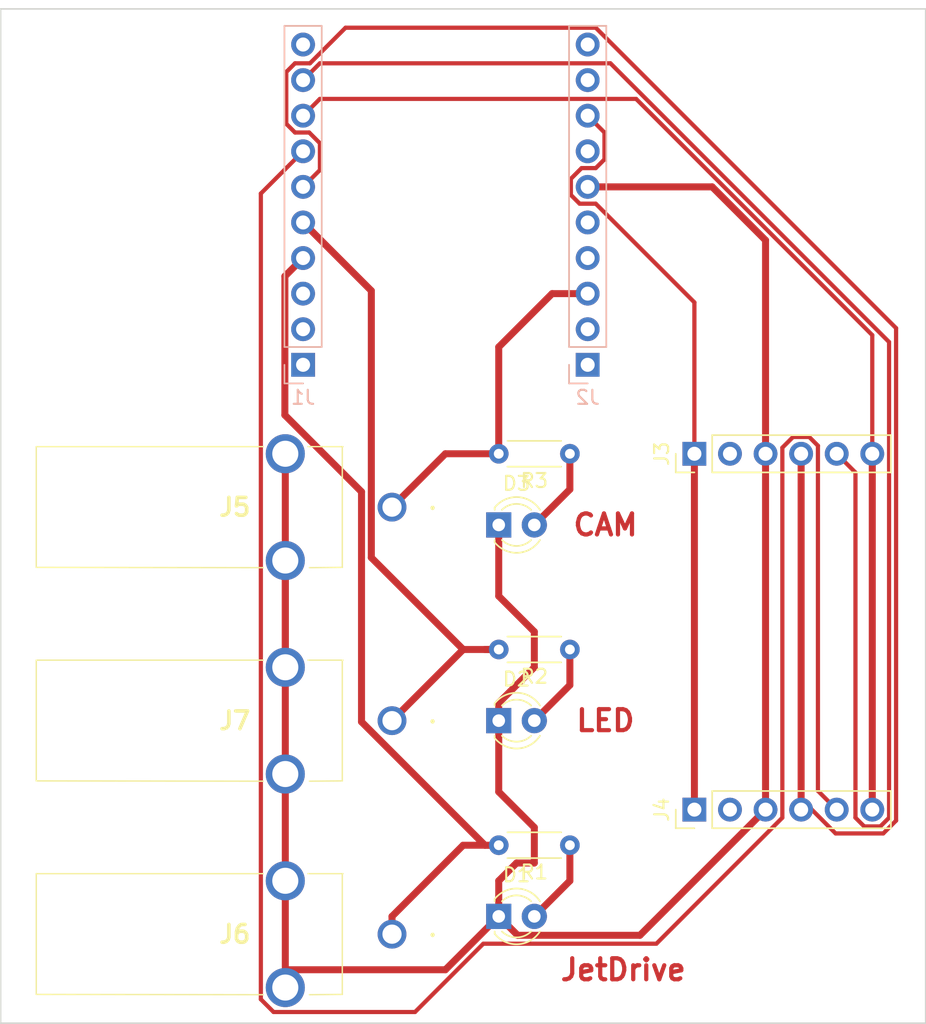
<source format=kicad_pcb>
(kicad_pcb (version 20171130) (host pcbnew "(5.1.9)-1")

  (general
    (thickness 1.6)
    (drawings 7)
    (tracks 106)
    (zones 0)
    (modules 13)
    (nets 23)
  )

  (page A4)
  (layers
    (0 F.Cu signal)
    (31 B.Cu signal)
    (32 B.Adhes user)
    (33 F.Adhes user)
    (34 B.Paste user)
    (35 F.Paste user)
    (36 B.SilkS user)
    (37 F.SilkS user)
    (38 B.Mask user)
    (39 F.Mask user)
    (40 Dwgs.User user)
    (41 Cmts.User user)
    (42 Eco1.User user)
    (43 Eco2.User user)
    (44 Edge.Cuts user)
    (45 Margin user)
    (46 B.CrtYd user)
    (47 F.CrtYd user)
    (48 B.Fab user)
    (49 F.Fab user)
  )

  (setup
    (last_trace_width 0.3)
    (user_trace_width 0.3)
    (user_trace_width 0.499872)
    (trace_clearance 0.2)
    (zone_clearance 0.508)
    (zone_45_only no)
    (trace_min 0.2)
    (via_size 0.8)
    (via_drill 0.4)
    (via_min_size 0.4)
    (via_min_drill 0.3)
    (uvia_size 0.3)
    (uvia_drill 0.1)
    (uvias_allowed no)
    (uvia_min_size 0.2)
    (uvia_min_drill 0.1)
    (edge_width 0.05)
    (segment_width 0.2)
    (pcb_text_width 0.3)
    (pcb_text_size 1.5 1.5)
    (mod_edge_width 0.12)
    (mod_text_size 1 1)
    (mod_text_width 0.15)
    (pad_size 1.524 1.524)
    (pad_drill 0.762)
    (pad_to_mask_clearance 0)
    (aux_axis_origin 0 0)
    (visible_elements 7FFFFFFF)
    (pcbplotparams
      (layerselection 0x010fc_ffffffff)
      (usegerberextensions false)
      (usegerberattributes true)
      (usegerberadvancedattributes true)
      (creategerberjobfile true)
      (excludeedgelayer true)
      (linewidth 0.100000)
      (plotframeref false)
      (viasonmask false)
      (mode 1)
      (useauxorigin false)
      (hpglpennumber 1)
      (hpglpenspeed 20)
      (hpglpendiameter 15.000000)
      (psnegative false)
      (psa4output false)
      (plotreference true)
      (plotvalue true)
      (plotinvisibletext false)
      (padsonsilk false)
      (subtractmaskfromsilk false)
      (outputformat 1)
      (mirror false)
      (drillshape 0)
      (scaleselection 1)
      (outputdirectory ""))
  )

  (net 0 "")
  (net 1 "Net-(D1-Pad2)")
  (net 2 Earth)
  (net 3 "Net-(D2-Pad2)")
  (net 4 "Net-(D3-Pad2)")
  (net 5 /CS2)
  (net 6 /CLK)
  (net 7 /CS1)
  (net 8 /D5)
  (net 9 /D4)
  (net 10 /D3)
  (net 11 /D2)
  (net 12 /D1)
  (net 13 /D0)
  (net 14 /RST)
  (net 15 /3V3)
  (net 16 /5V)
  (net 17 /VIN)
  (net 18 /A0)
  (net 19 /A2)
  (net 20 /A1)
  (net 21 "Net-(J3-Pad2)")
  (net 22 "Net-(J4-Pad2)")

  (net_class Default "This is the default net class."
    (clearance 0.2)
    (trace_width 0.25)
    (via_dia 0.8)
    (via_drill 0.4)
    (uvia_dia 0.3)
    (uvia_drill 0.1)
    (add_net /3V3)
    (add_net /5V)
    (add_net /A0)
    (add_net /A1)
    (add_net /A2)
    (add_net /CLK)
    (add_net /CS1)
    (add_net /CS2)
    (add_net /D0)
    (add_net /D1)
    (add_net /D2)
    (add_net /D3)
    (add_net /D4)
    (add_net /D5)
    (add_net /RST)
    (add_net /VIN)
    (add_net Earth)
    (add_net "Net-(D1-Pad2)")
    (add_net "Net-(D2-Pad2)")
    (add_net "Net-(D3-Pad2)")
    (add_net "Net-(J3-Pad2)")
    (add_net "Net-(J4-Pad2)")
  )

  (module SamacSys_Parts:54143731 (layer F.Cu) (tedit 0) (tstamp 60CB23B5)
    (at 177.8 100.33)
    (descr 5414373-1-2)
    (tags Connector)
    (path /60CAA6F9)
    (fp_text reference J5 (at -11.225 0) (layer F.SilkS)
      (effects (font (size 1.27 1.27) (thickness 0.254)))
    )
    (fp_text value 5414373-1 (at -11.225 0) (layer F.SilkS) hide
      (effects (font (size 1.27 1.27) (thickness 0.254)))
    )
    (fp_line (start -3.55 4.3) (end -5.9 4.32) (layer F.SilkS) (width 0.1))
    (fp_line (start -3.55 -4.32) (end -3.55 4.3) (layer F.SilkS) (width 0.1))
    (fp_line (start -6 -4.32) (end -3.5 -4.32) (layer F.SilkS) (width 0.1))
    (fp_line (start 2.9 0) (end 2.9 0) (layer F.SilkS) (width 0.2))
    (fp_line (start 2.9 0.1) (end 2.9 0.1) (layer F.SilkS) (width 0.2))
    (fp_line (start 2.9 0) (end 2.9 0) (layer F.SilkS) (width 0.2))
    (fp_line (start -25.4 4.3) (end -9.2 4.32) (layer F.SilkS) (width 0.1))
    (fp_line (start -25.4 -4.32) (end -25.4 4.3) (layer F.SilkS) (width 0.1))
    (fp_line (start -9.2 -4.32) (end -25.4 -4.32) (layer F.SilkS) (width 0.1))
    (fp_line (start -26.4 6.205) (end -26.4 -6.205) (layer F.CrtYd) (width 0.1))
    (fp_line (start 3.95 6.205) (end -26.4 6.205) (layer F.CrtYd) (width 0.1))
    (fp_line (start 3.95 -6.205) (end 3.95 6.205) (layer F.CrtYd) (width 0.1))
    (fp_line (start -26.4 -6.205) (end 3.95 -6.205) (layer F.CrtYd) (width 0.1))
    (fp_line (start -25.4 -4.32) (end -25.4 4.32) (layer F.Fab) (width 0.2))
    (fp_line (start -3.55 -4.32) (end -25.4 -4.32) (layer F.Fab) (width 0.2))
    (fp_line (start -3.55 4.32) (end -3.55 -4.32) (layer F.Fab) (width 0.2))
    (fp_line (start -25.4 4.32) (end -3.55 4.32) (layer F.Fab) (width 0.2))
    (fp_arc (start 2.9 0.05) (end 2.9 0) (angle -180) (layer F.SilkS) (width 0.2))
    (fp_arc (start 2.9 0.05) (end 2.9 0.1) (angle -180) (layer F.SilkS) (width 0.2))
    (fp_arc (start 2.9 0.05) (end 2.9 0) (angle -180) (layer F.SilkS) (width 0.2))
    (fp_text user %R (at -11.225 0) (layer F.Fab)
      (effects (font (size 1.27 1.27) (thickness 0.254)))
    )
    (pad 3 thru_hole circle (at -7.62 3.81) (size 2.79 2.79) (drill 1.86) (layers *.Cu *.Mask)
      (net 2 Earth))
    (pad 2 thru_hole circle (at -7.62 -3.81) (size 2.79 2.79) (drill 1.86) (layers *.Cu *.Mask)
      (net 2 Earth))
    (pad 1 thru_hole circle (at 0 0) (size 2.055 2.055) (drill 1.37) (layers *.Cu *.Mask)
      (net 18 /A0))
    (model C:\Users\andrew\Documents\SamacSys\SamacSys_Parts.3dshapes\5414373-1.stp
      (offset (xyz -25.52000007449145 0 3.789999904933002))
      (scale (xyz 1 1 1))
      (rotate (xyz -90 0 90))
    )
  )

  (module Resistor_THT:R_Axial_DIN0204_L3.6mm_D1.6mm_P5.08mm_Horizontal (layer F.Cu) (tedit 5AE5139B) (tstamp 60CB2426)
    (at 190.5 96.52 180)
    (descr "Resistor, Axial_DIN0204 series, Axial, Horizontal, pin pitch=5.08mm, 0.167W, length*diameter=3.6*1.6mm^2, http://cdn-reichelt.de/documents/datenblatt/B400/1_4W%23YAG.pdf")
    (tags "Resistor Axial_DIN0204 series Axial Horizontal pin pitch 5.08mm 0.167W length 3.6mm diameter 1.6mm")
    (path /60CADA68)
    (fp_text reference R3 (at 2.54 -1.92) (layer F.SilkS)
      (effects (font (size 1 1) (thickness 0.15)))
    )
    (fp_text value 330 (at 2.54 1.92) (layer F.Fab)
      (effects (font (size 1 1) (thickness 0.15)))
    )
    (fp_line (start 6.03 -1.05) (end -0.95 -1.05) (layer F.CrtYd) (width 0.05))
    (fp_line (start 6.03 1.05) (end 6.03 -1.05) (layer F.CrtYd) (width 0.05))
    (fp_line (start -0.95 1.05) (end 6.03 1.05) (layer F.CrtYd) (width 0.05))
    (fp_line (start -0.95 -1.05) (end -0.95 1.05) (layer F.CrtYd) (width 0.05))
    (fp_line (start 0.62 0.92) (end 4.46 0.92) (layer F.SilkS) (width 0.12))
    (fp_line (start 0.62 -0.92) (end 4.46 -0.92) (layer F.SilkS) (width 0.12))
    (fp_line (start 5.08 0) (end 4.34 0) (layer F.Fab) (width 0.1))
    (fp_line (start 0 0) (end 0.74 0) (layer F.Fab) (width 0.1))
    (fp_line (start 4.34 -0.8) (end 0.74 -0.8) (layer F.Fab) (width 0.1))
    (fp_line (start 4.34 0.8) (end 4.34 -0.8) (layer F.Fab) (width 0.1))
    (fp_line (start 0.74 0.8) (end 4.34 0.8) (layer F.Fab) (width 0.1))
    (fp_line (start 0.74 -0.8) (end 0.74 0.8) (layer F.Fab) (width 0.1))
    (fp_text user %R (at 2.54 0) (layer F.Fab)
      (effects (font (size 0.72 0.72) (thickness 0.108)))
    )
    (pad 2 thru_hole oval (at 5.08 0 180) (size 1.4 1.4) (drill 0.7) (layers *.Cu *.Mask)
      (net 18 /A0))
    (pad 1 thru_hole circle (at 0 0 180) (size 1.4 1.4) (drill 0.7) (layers *.Cu *.Mask)
      (net 4 "Net-(D3-Pad2)"))
    (model ${KISYS3DMOD}/Resistor_THT.3dshapes/R_Axial_DIN0204_L3.6mm_D1.6mm_P5.08mm_Horizontal.wrl
      (at (xyz 0 0 0))
      (scale (xyz 1 1 1))
      (rotate (xyz 0 0 0))
    )
  )

  (module Resistor_THT:R_Axial_DIN0204_L3.6mm_D1.6mm_P5.08mm_Horizontal (layer F.Cu) (tedit 5AE5139B) (tstamp 60CB2413)
    (at 190.5 110.49 180)
    (descr "Resistor, Axial_DIN0204 series, Axial, Horizontal, pin pitch=5.08mm, 0.167W, length*diameter=3.6*1.6mm^2, http://cdn-reichelt.de/documents/datenblatt/B400/1_4W%23YAG.pdf")
    (tags "Resistor Axial_DIN0204 series Axial Horizontal pin pitch 5.08mm 0.167W length 3.6mm diameter 1.6mm")
    (path /60CAD755)
    (fp_text reference R2 (at 2.54 -1.92) (layer F.SilkS)
      (effects (font (size 1 1) (thickness 0.15)))
    )
    (fp_text value 330 (at 2.54 1.92) (layer F.Fab)
      (effects (font (size 1 1) (thickness 0.15)))
    )
    (fp_line (start 6.03 -1.05) (end -0.95 -1.05) (layer F.CrtYd) (width 0.05))
    (fp_line (start 6.03 1.05) (end 6.03 -1.05) (layer F.CrtYd) (width 0.05))
    (fp_line (start -0.95 1.05) (end 6.03 1.05) (layer F.CrtYd) (width 0.05))
    (fp_line (start -0.95 -1.05) (end -0.95 1.05) (layer F.CrtYd) (width 0.05))
    (fp_line (start 0.62 0.92) (end 4.46 0.92) (layer F.SilkS) (width 0.12))
    (fp_line (start 0.62 -0.92) (end 4.46 -0.92) (layer F.SilkS) (width 0.12))
    (fp_line (start 5.08 0) (end 4.34 0) (layer F.Fab) (width 0.1))
    (fp_line (start 0 0) (end 0.74 0) (layer F.Fab) (width 0.1))
    (fp_line (start 4.34 -0.8) (end 0.74 -0.8) (layer F.Fab) (width 0.1))
    (fp_line (start 4.34 0.8) (end 4.34 -0.8) (layer F.Fab) (width 0.1))
    (fp_line (start 0.74 0.8) (end 4.34 0.8) (layer F.Fab) (width 0.1))
    (fp_line (start 0.74 -0.8) (end 0.74 0.8) (layer F.Fab) (width 0.1))
    (fp_text user %R (at 2.54 0) (layer F.Fab)
      (effects (font (size 0.72 0.72) (thickness 0.108)))
    )
    (pad 2 thru_hole oval (at 5.08 0 180) (size 1.4 1.4) (drill 0.7) (layers *.Cu *.Mask)
      (net 9 /D4))
    (pad 1 thru_hole circle (at 0 0 180) (size 1.4 1.4) (drill 0.7) (layers *.Cu *.Mask)
      (net 3 "Net-(D2-Pad2)"))
    (model ${KISYS3DMOD}/Resistor_THT.3dshapes/R_Axial_DIN0204_L3.6mm_D1.6mm_P5.08mm_Horizontal.wrl
      (at (xyz 0 0 0))
      (scale (xyz 1 1 1))
      (rotate (xyz 0 0 0))
    )
  )

  (module Resistor_THT:R_Axial_DIN0204_L3.6mm_D1.6mm_P5.08mm_Horizontal (layer F.Cu) (tedit 5AE5139B) (tstamp 60CB2F5A)
    (at 190.5 124.46 180)
    (descr "Resistor, Axial_DIN0204 series, Axial, Horizontal, pin pitch=5.08mm, 0.167W, length*diameter=3.6*1.6mm^2, http://cdn-reichelt.de/documents/datenblatt/B400/1_4W%23YAG.pdf")
    (tags "Resistor Axial_DIN0204 series Axial Horizontal pin pitch 5.08mm 0.167W length 3.6mm diameter 1.6mm")
    (path /60CAE163)
    (fp_text reference R1 (at 2.54 -1.92) (layer F.SilkS)
      (effects (font (size 1 1) (thickness 0.15)))
    )
    (fp_text value 330 (at 2.54 1.92) (layer F.Fab)
      (effects (font (size 1 1) (thickness 0.15)))
    )
    (fp_line (start 6.03 -1.05) (end -0.95 -1.05) (layer F.CrtYd) (width 0.05))
    (fp_line (start 6.03 1.05) (end 6.03 -1.05) (layer F.CrtYd) (width 0.05))
    (fp_line (start -0.95 1.05) (end 6.03 1.05) (layer F.CrtYd) (width 0.05))
    (fp_line (start -0.95 -1.05) (end -0.95 1.05) (layer F.CrtYd) (width 0.05))
    (fp_line (start 0.62 0.92) (end 4.46 0.92) (layer F.SilkS) (width 0.12))
    (fp_line (start 0.62 -0.92) (end 4.46 -0.92) (layer F.SilkS) (width 0.12))
    (fp_line (start 5.08 0) (end 4.34 0) (layer F.Fab) (width 0.1))
    (fp_line (start 0 0) (end 0.74 0) (layer F.Fab) (width 0.1))
    (fp_line (start 4.34 -0.8) (end 0.74 -0.8) (layer F.Fab) (width 0.1))
    (fp_line (start 4.34 0.8) (end 4.34 -0.8) (layer F.Fab) (width 0.1))
    (fp_line (start 0.74 0.8) (end 4.34 0.8) (layer F.Fab) (width 0.1))
    (fp_line (start 0.74 -0.8) (end 0.74 0.8) (layer F.Fab) (width 0.1))
    (fp_text user %R (at 2.54 0) (layer F.Fab)
      (effects (font (size 0.72 0.72) (thickness 0.108)))
    )
    (pad 2 thru_hole oval (at 5.08 0 180) (size 1.4 1.4) (drill 0.7) (layers *.Cu *.Mask)
      (net 10 /D3))
    (pad 1 thru_hole circle (at 0 0 180) (size 1.4 1.4) (drill 0.7) (layers *.Cu *.Mask)
      (net 1 "Net-(D1-Pad2)"))
    (model ${KISYS3DMOD}/Resistor_THT.3dshapes/R_Axial_DIN0204_L3.6mm_D1.6mm_P5.08mm_Horizontal.wrl
      (at (xyz 0 0 0))
      (scale (xyz 1 1 1))
      (rotate (xyz 0 0 0))
    )
  )

  (module SamacSys_Parts:54143731 (layer F.Cu) (tedit 0) (tstamp 60CB23ED)
    (at 177.8 115.57)
    (descr 5414373-1-2)
    (tags Connector)
    (path /60CA9D4C)
    (fp_text reference J7 (at -11.225 0) (layer F.SilkS)
      (effects (font (size 1.27 1.27) (thickness 0.254)))
    )
    (fp_text value 5414373-1 (at -11.225 0) (layer F.SilkS) hide
      (effects (font (size 1.27 1.27) (thickness 0.254)))
    )
    (fp_line (start -3.55 4.3) (end -5.9 4.32) (layer F.SilkS) (width 0.1))
    (fp_line (start -3.55 -4.32) (end -3.55 4.3) (layer F.SilkS) (width 0.1))
    (fp_line (start -6 -4.32) (end -3.5 -4.32) (layer F.SilkS) (width 0.1))
    (fp_line (start 2.9 0) (end 2.9 0) (layer F.SilkS) (width 0.2))
    (fp_line (start 2.9 0.1) (end 2.9 0.1) (layer F.SilkS) (width 0.2))
    (fp_line (start 2.9 0) (end 2.9 0) (layer F.SilkS) (width 0.2))
    (fp_line (start -25.4 4.3) (end -9.2 4.32) (layer F.SilkS) (width 0.1))
    (fp_line (start -25.4 -4.32) (end -25.4 4.3) (layer F.SilkS) (width 0.1))
    (fp_line (start -9.2 -4.32) (end -25.4 -4.32) (layer F.SilkS) (width 0.1))
    (fp_line (start -26.4 6.205) (end -26.4 -6.205) (layer F.CrtYd) (width 0.1))
    (fp_line (start 3.95 6.205) (end -26.4 6.205) (layer F.CrtYd) (width 0.1))
    (fp_line (start 3.95 -6.205) (end 3.95 6.205) (layer F.CrtYd) (width 0.1))
    (fp_line (start -26.4 -6.205) (end 3.95 -6.205) (layer F.CrtYd) (width 0.1))
    (fp_line (start -25.4 -4.32) (end -25.4 4.32) (layer F.Fab) (width 0.2))
    (fp_line (start -3.55 -4.32) (end -25.4 -4.32) (layer F.Fab) (width 0.2))
    (fp_line (start -3.55 4.32) (end -3.55 -4.32) (layer F.Fab) (width 0.2))
    (fp_line (start -25.4 4.32) (end -3.55 4.32) (layer F.Fab) (width 0.2))
    (fp_arc (start 2.9 0.05) (end 2.9 0) (angle -180) (layer F.SilkS) (width 0.2))
    (fp_arc (start 2.9 0.05) (end 2.9 0.1) (angle -180) (layer F.SilkS) (width 0.2))
    (fp_arc (start 2.9 0.05) (end 2.9 0) (angle -180) (layer F.SilkS) (width 0.2))
    (fp_text user %R (at -11.225 0) (layer F.Fab)
      (effects (font (size 1.27 1.27) (thickness 0.254)))
    )
    (pad 3 thru_hole circle (at -7.62 3.81) (size 2.79 2.79) (drill 1.86) (layers *.Cu *.Mask)
      (net 2 Earth))
    (pad 2 thru_hole circle (at -7.62 -3.81) (size 2.79 2.79) (drill 1.86) (layers *.Cu *.Mask)
      (net 2 Earth))
    (pad 1 thru_hole circle (at 0 0) (size 2.055 2.055) (drill 1.37) (layers *.Cu *.Mask)
      (net 9 /D4))
    (model C:\Users\andrew\Documents\SamacSys\SamacSys_Parts.3dshapes\5414373-1.stp
      (offset (xyz -25.52000007449145 0 3.789999904933002))
      (scale (xyz 1 1 1))
      (rotate (xyz -90 0 90))
    )
  )

  (module SamacSys_Parts:54143731 (layer F.Cu) (tedit 0) (tstamp 60CB23D1)
    (at 177.8 130.81)
    (descr 5414373-1-2)
    (tags Connector)
    (path /60CA93CF)
    (fp_text reference J6 (at -11.225 0) (layer F.SilkS)
      (effects (font (size 1.27 1.27) (thickness 0.254)))
    )
    (fp_text value 5414373-1 (at -11.225 0) (layer F.SilkS) hide
      (effects (font (size 1.27 1.27) (thickness 0.254)))
    )
    (fp_line (start -3.55 4.3) (end -5.9 4.32) (layer F.SilkS) (width 0.1))
    (fp_line (start -3.55 -4.32) (end -3.55 4.3) (layer F.SilkS) (width 0.1))
    (fp_line (start -6 -4.32) (end -3.5 -4.32) (layer F.SilkS) (width 0.1))
    (fp_line (start 2.9 0) (end 2.9 0) (layer F.SilkS) (width 0.2))
    (fp_line (start 2.9 0.1) (end 2.9 0.1) (layer F.SilkS) (width 0.2))
    (fp_line (start 2.9 0) (end 2.9 0) (layer F.SilkS) (width 0.2))
    (fp_line (start -25.4 4.3) (end -9.2 4.32) (layer F.SilkS) (width 0.1))
    (fp_line (start -25.4 -4.32) (end -25.4 4.3) (layer F.SilkS) (width 0.1))
    (fp_line (start -9.2 -4.32) (end -25.4 -4.32) (layer F.SilkS) (width 0.1))
    (fp_line (start -26.4 6.205) (end -26.4 -6.205) (layer F.CrtYd) (width 0.1))
    (fp_line (start 3.95 6.205) (end -26.4 6.205) (layer F.CrtYd) (width 0.1))
    (fp_line (start 3.95 -6.205) (end 3.95 6.205) (layer F.CrtYd) (width 0.1))
    (fp_line (start -26.4 -6.205) (end 3.95 -6.205) (layer F.CrtYd) (width 0.1))
    (fp_line (start -25.4 -4.32) (end -25.4 4.32) (layer F.Fab) (width 0.2))
    (fp_line (start -3.55 -4.32) (end -25.4 -4.32) (layer F.Fab) (width 0.2))
    (fp_line (start -3.55 4.32) (end -3.55 -4.32) (layer F.Fab) (width 0.2))
    (fp_line (start -25.4 4.32) (end -3.55 4.32) (layer F.Fab) (width 0.2))
    (fp_arc (start 2.9 0.05) (end 2.9 0) (angle -180) (layer F.SilkS) (width 0.2))
    (fp_arc (start 2.9 0.05) (end 2.9 0.1) (angle -180) (layer F.SilkS) (width 0.2))
    (fp_arc (start 2.9 0.05) (end 2.9 0) (angle -180) (layer F.SilkS) (width 0.2))
    (fp_text user %R (at -11.225 0) (layer F.Fab)
      (effects (font (size 1.27 1.27) (thickness 0.254)))
    )
    (pad 3 thru_hole circle (at -7.62 3.81) (size 2.79 2.79) (drill 1.86) (layers *.Cu *.Mask)
      (net 2 Earth))
    (pad 2 thru_hole circle (at -7.62 -3.81) (size 2.79 2.79) (drill 1.86) (layers *.Cu *.Mask)
      (net 2 Earth))
    (pad 1 thru_hole circle (at 0 0) (size 2.055 2.055) (drill 1.37) (layers *.Cu *.Mask)
      (net 10 /D3))
    (model C:\Users\andrew\Documents\SamacSys\SamacSys_Parts.3dshapes\5414373-1.stp
      (offset (xyz -25.52000007449145 0 3.789999904933002))
      (scale (xyz 1 1 1))
      (rotate (xyz -90 0 90))
    )
  )

  (module Connector_PinHeader_2.54mm:PinHeader_1x06_P2.54mm_Vertical (layer F.Cu) (tedit 59FED5CC) (tstamp 60CB2399)
    (at 199.39 121.92 90)
    (descr "Through hole straight pin header, 1x06, 2.54mm pitch, single row")
    (tags "Through hole pin header THT 1x06 2.54mm single row")
    (path /60CAE85F)
    (fp_text reference J4 (at 0 -2.33 90) (layer F.SilkS)
      (effects (font (size 1 1) (thickness 0.15)))
    )
    (fp_text value Conn_01x06_Female (at 0 15.03 90) (layer F.Fab)
      (effects (font (size 1 1) (thickness 0.15)))
    )
    (fp_line (start 1.8 -1.8) (end -1.8 -1.8) (layer F.CrtYd) (width 0.05))
    (fp_line (start 1.8 14.5) (end 1.8 -1.8) (layer F.CrtYd) (width 0.05))
    (fp_line (start -1.8 14.5) (end 1.8 14.5) (layer F.CrtYd) (width 0.05))
    (fp_line (start -1.8 -1.8) (end -1.8 14.5) (layer F.CrtYd) (width 0.05))
    (fp_line (start -1.33 -1.33) (end 0 -1.33) (layer F.SilkS) (width 0.12))
    (fp_line (start -1.33 0) (end -1.33 -1.33) (layer F.SilkS) (width 0.12))
    (fp_line (start -1.33 1.27) (end 1.33 1.27) (layer F.SilkS) (width 0.12))
    (fp_line (start 1.33 1.27) (end 1.33 14.03) (layer F.SilkS) (width 0.12))
    (fp_line (start -1.33 1.27) (end -1.33 14.03) (layer F.SilkS) (width 0.12))
    (fp_line (start -1.33 14.03) (end 1.33 14.03) (layer F.SilkS) (width 0.12))
    (fp_line (start -1.27 -0.635) (end -0.635 -1.27) (layer F.Fab) (width 0.1))
    (fp_line (start -1.27 13.97) (end -1.27 -0.635) (layer F.Fab) (width 0.1))
    (fp_line (start 1.27 13.97) (end -1.27 13.97) (layer F.Fab) (width 0.1))
    (fp_line (start 1.27 -1.27) (end 1.27 13.97) (layer F.Fab) (width 0.1))
    (fp_line (start -0.635 -1.27) (end 1.27 -1.27) (layer F.Fab) (width 0.1))
    (fp_text user %R (at 0 6.35) (layer F.Fab)
      (effects (font (size 1 1) (thickness 0.15)))
    )
    (pad 6 thru_hole oval (at 0 12.7 90) (size 1.7 1.7) (drill 1) (layers *.Cu *.Mask)
      (net 6 /CLK))
    (pad 5 thru_hole oval (at 0 10.16 90) (size 1.7 1.7) (drill 1) (layers *.Cu *.Mask)
      (net 7 /CS1))
    (pad 4 thru_hole oval (at 0 7.62 90) (size 1.7 1.7) (drill 1) (layers *.Cu *.Mask)
      (net 8 /D5))
    (pad 3 thru_hole oval (at 0 5.08 90) (size 1.7 1.7) (drill 1) (layers *.Cu *.Mask)
      (net 2 Earth))
    (pad 2 thru_hole oval (at 0 2.54 90) (size 1.7 1.7) (drill 1) (layers *.Cu *.Mask)
      (net 22 "Net-(J4-Pad2)"))
    (pad 1 thru_hole rect (at 0 0 90) (size 1.7 1.7) (drill 1) (layers *.Cu *.Mask)
      (net 16 /5V))
    (model ${KISYS3DMOD}/Connector_PinHeader_2.54mm.3dshapes/PinHeader_1x06_P2.54mm_Vertical.wrl
      (at (xyz 0 0 0))
      (scale (xyz 1 1 1))
      (rotate (xyz 0 0 0))
    )
  )

  (module Connector_PinHeader_2.54mm:PinHeader_1x06_P2.54mm_Vertical (layer F.Cu) (tedit 59FED5CC) (tstamp 60CB237F)
    (at 199.39 96.52 90)
    (descr "Through hole straight pin header, 1x06, 2.54mm pitch, single row")
    (tags "Through hole pin header THT 1x06 2.54mm single row")
    (path /60CAEF26)
    (fp_text reference J3 (at 0 -2.33 90) (layer F.SilkS)
      (effects (font (size 1 1) (thickness 0.15)))
    )
    (fp_text value Conn_01x06_Female (at 0 15.03 90) (layer F.Fab)
      (effects (font (size 1 1) (thickness 0.15)))
    )
    (fp_line (start 1.8 -1.8) (end -1.8 -1.8) (layer F.CrtYd) (width 0.05))
    (fp_line (start 1.8 14.5) (end 1.8 -1.8) (layer F.CrtYd) (width 0.05))
    (fp_line (start -1.8 14.5) (end 1.8 14.5) (layer F.CrtYd) (width 0.05))
    (fp_line (start -1.8 -1.8) (end -1.8 14.5) (layer F.CrtYd) (width 0.05))
    (fp_line (start -1.33 -1.33) (end 0 -1.33) (layer F.SilkS) (width 0.12))
    (fp_line (start -1.33 0) (end -1.33 -1.33) (layer F.SilkS) (width 0.12))
    (fp_line (start -1.33 1.27) (end 1.33 1.27) (layer F.SilkS) (width 0.12))
    (fp_line (start 1.33 1.27) (end 1.33 14.03) (layer F.SilkS) (width 0.12))
    (fp_line (start -1.33 1.27) (end -1.33 14.03) (layer F.SilkS) (width 0.12))
    (fp_line (start -1.33 14.03) (end 1.33 14.03) (layer F.SilkS) (width 0.12))
    (fp_line (start -1.27 -0.635) (end -0.635 -1.27) (layer F.Fab) (width 0.1))
    (fp_line (start -1.27 13.97) (end -1.27 -0.635) (layer F.Fab) (width 0.1))
    (fp_line (start 1.27 13.97) (end -1.27 13.97) (layer F.Fab) (width 0.1))
    (fp_line (start 1.27 -1.27) (end 1.27 13.97) (layer F.Fab) (width 0.1))
    (fp_line (start -0.635 -1.27) (end 1.27 -1.27) (layer F.Fab) (width 0.1))
    (fp_text user %R (at 0 6.35 270) (layer F.Fab)
      (effects (font (size 1 1) (thickness 0.15)))
    )
    (pad 6 thru_hole oval (at 0 12.7 90) (size 1.7 1.7) (drill 1) (layers *.Cu *.Mask)
      (net 6 /CLK))
    (pad 5 thru_hole oval (at 0 10.16 90) (size 1.7 1.7) (drill 1) (layers *.Cu *.Mask)
      (net 5 /CS2))
    (pad 4 thru_hole oval (at 0 7.62 90) (size 1.7 1.7) (drill 1) (layers *.Cu *.Mask)
      (net 8 /D5))
    (pad 3 thru_hole oval (at 0 5.08 90) (size 1.7 1.7) (drill 1) (layers *.Cu *.Mask)
      (net 2 Earth))
    (pad 2 thru_hole oval (at 0 2.54 90) (size 1.7 1.7) (drill 1) (layers *.Cu *.Mask)
      (net 21 "Net-(J3-Pad2)"))
    (pad 1 thru_hole rect (at 0 0 90) (size 1.7 1.7) (drill 1) (layers *.Cu *.Mask)
      (net 16 /5V))
    (model ${KISYS3DMOD}/Connector_PinHeader_2.54mm.3dshapes/PinHeader_1x06_P2.54mm_Vertical.wrl
      (at (xyz 0 0 0))
      (scale (xyz 1 1 1))
      (rotate (xyz 0 0 0))
    )
  )

  (module Connector_PinHeader_2.54mm:PinHeader_1x10_P2.54mm_Vertical (layer B.Cu) (tedit 59FED5CC) (tstamp 60CB2365)
    (at 191.77 90.17)
    (descr "Through hole straight pin header, 1x10, 2.54mm pitch, single row")
    (tags "Through hole pin header THT 1x10 2.54mm single row")
    (path /60CA824B)
    (fp_text reference J2 (at 0 2.33) (layer B.SilkS)
      (effects (font (size 1 1) (thickness 0.15)) (justify mirror))
    )
    (fp_text value Conn_01x10_Male (at 0 -25.19) (layer B.Fab)
      (effects (font (size 1 1) (thickness 0.15)) (justify mirror))
    )
    (fp_line (start 1.8 1.8) (end -1.8 1.8) (layer B.CrtYd) (width 0.05))
    (fp_line (start 1.8 -24.65) (end 1.8 1.8) (layer B.CrtYd) (width 0.05))
    (fp_line (start -1.8 -24.65) (end 1.8 -24.65) (layer B.CrtYd) (width 0.05))
    (fp_line (start -1.8 1.8) (end -1.8 -24.65) (layer B.CrtYd) (width 0.05))
    (fp_line (start -1.33 1.33) (end 0 1.33) (layer B.SilkS) (width 0.12))
    (fp_line (start -1.33 0) (end -1.33 1.33) (layer B.SilkS) (width 0.12))
    (fp_line (start -1.33 -1.27) (end 1.33 -1.27) (layer B.SilkS) (width 0.12))
    (fp_line (start 1.33 -1.27) (end 1.33 -24.19) (layer B.SilkS) (width 0.12))
    (fp_line (start -1.33 -1.27) (end -1.33 -24.19) (layer B.SilkS) (width 0.12))
    (fp_line (start -1.33 -24.19) (end 1.33 -24.19) (layer B.SilkS) (width 0.12))
    (fp_line (start -1.27 0.635) (end -0.635 1.27) (layer B.Fab) (width 0.1))
    (fp_line (start -1.27 -24.13) (end -1.27 0.635) (layer B.Fab) (width 0.1))
    (fp_line (start 1.27 -24.13) (end -1.27 -24.13) (layer B.Fab) (width 0.1))
    (fp_line (start 1.27 1.27) (end 1.27 -24.13) (layer B.Fab) (width 0.1))
    (fp_line (start -0.635 1.27) (end 1.27 1.27) (layer B.Fab) (width 0.1))
    (fp_text user %R (at 0 -11.43 -90) (layer B.Fab)
      (effects (font (size 1 1) (thickness 0.15)) (justify mirror))
    )
    (pad 10 thru_hole oval (at 0 -22.86) (size 1.7 1.7) (drill 1) (layers *.Cu *.Mask)
      (net 14 /RST))
    (pad 9 thru_hole oval (at 0 -20.32) (size 1.7 1.7) (drill 1) (layers *.Cu *.Mask)
      (net 15 /3V3))
    (pad 8 thru_hole oval (at 0 -17.78) (size 1.7 1.7) (drill 1) (layers *.Cu *.Mask)
      (net 16 /5V))
    (pad 7 thru_hole oval (at 0 -15.24) (size 1.7 1.7) (drill 1) (layers *.Cu *.Mask)
      (net 2 Earth))
    (pad 6 thru_hole oval (at 0 -12.7) (size 1.7 1.7) (drill 1) (layers *.Cu *.Mask)
      (net 2 Earth))
    (pad 5 thru_hole oval (at 0 -10.16) (size 1.7 1.7) (drill 1) (layers *.Cu *.Mask)
      (net 17 /VIN))
    (pad 4 thru_hole oval (at 0 -7.62) (size 1.7 1.7) (drill 1) (layers *.Cu *.Mask)
      (net 17 /VIN))
    (pad 3 thru_hole oval (at 0 -5.08) (size 1.7 1.7) (drill 1) (layers *.Cu *.Mask)
      (net 18 /A0))
    (pad 2 thru_hole oval (at 0 -2.54) (size 1.7 1.7) (drill 1) (layers *.Cu *.Mask)
      (net 19 /A2))
    (pad 1 thru_hole rect (at 0 0) (size 1.7 1.7) (drill 1) (layers *.Cu *.Mask)
      (net 20 /A1))
    (model ${KISYS3DMOD}/Connector_PinHeader_2.54mm.3dshapes/PinHeader_1x10_P2.54mm_Vertical.wrl
      (at (xyz 0 0 0))
      (scale (xyz 1 1 1))
      (rotate (xyz 0 0 0))
    )
  )

  (module Connector_PinHeader_2.54mm:PinHeader_1x10_P2.54mm_Vertical (layer B.Cu) (tedit 59FED5CC) (tstamp 60CB2347)
    (at 171.45 90.17)
    (descr "Through hole straight pin header, 1x10, 2.54mm pitch, single row")
    (tags "Through hole pin header THT 1x10 2.54mm single row")
    (path /60CA78C0)
    (fp_text reference J1 (at 0 2.33) (layer B.SilkS)
      (effects (font (size 1 1) (thickness 0.15)) (justify mirror))
    )
    (fp_text value Conn_01x10_Male (at 0 -25.19) (layer B.Fab)
      (effects (font (size 1 1) (thickness 0.15)) (justify mirror))
    )
    (fp_line (start 1.8 1.8) (end -1.8 1.8) (layer B.CrtYd) (width 0.05))
    (fp_line (start 1.8 -24.65) (end 1.8 1.8) (layer B.CrtYd) (width 0.05))
    (fp_line (start -1.8 -24.65) (end 1.8 -24.65) (layer B.CrtYd) (width 0.05))
    (fp_line (start -1.8 1.8) (end -1.8 -24.65) (layer B.CrtYd) (width 0.05))
    (fp_line (start -1.33 1.33) (end 0 1.33) (layer B.SilkS) (width 0.12))
    (fp_line (start -1.33 0) (end -1.33 1.33) (layer B.SilkS) (width 0.12))
    (fp_line (start -1.33 -1.27) (end 1.33 -1.27) (layer B.SilkS) (width 0.12))
    (fp_line (start 1.33 -1.27) (end 1.33 -24.19) (layer B.SilkS) (width 0.12))
    (fp_line (start -1.33 -1.27) (end -1.33 -24.19) (layer B.SilkS) (width 0.12))
    (fp_line (start -1.33 -24.19) (end 1.33 -24.19) (layer B.SilkS) (width 0.12))
    (fp_line (start -1.27 0.635) (end -0.635 1.27) (layer B.Fab) (width 0.1))
    (fp_line (start -1.27 -24.13) (end -1.27 0.635) (layer B.Fab) (width 0.1))
    (fp_line (start 1.27 -24.13) (end -1.27 -24.13) (layer B.Fab) (width 0.1))
    (fp_line (start 1.27 1.27) (end 1.27 -24.13) (layer B.Fab) (width 0.1))
    (fp_line (start -0.635 1.27) (end 1.27 1.27) (layer B.Fab) (width 0.1))
    (fp_text user %R (at 0 -11.43 -90) (layer B.Fab)
      (effects (font (size 1 1) (thickness 0.15)) (justify mirror))
    )
    (pad 10 thru_hole oval (at 0 -22.86) (size 1.7 1.7) (drill 1) (layers *.Cu *.Mask)
      (net 2 Earth))
    (pad 9 thru_hole oval (at 0 -20.32) (size 1.7 1.7) (drill 1) (layers *.Cu *.Mask)
      (net 5 /CS2))
    (pad 8 thru_hole oval (at 0 -17.78) (size 1.7 1.7) (drill 1) (layers *.Cu *.Mask)
      (net 6 /CLK))
    (pad 7 thru_hole oval (at 0 -15.24) (size 1.7 1.7) (drill 1) (layers *.Cu *.Mask)
      (net 7 /CS1))
    (pad 6 thru_hole oval (at 0 -12.7) (size 1.7 1.7) (drill 1) (layers *.Cu *.Mask)
      (net 8 /D5))
    (pad 5 thru_hole oval (at 0 -10.16) (size 1.7 1.7) (drill 1) (layers *.Cu *.Mask)
      (net 9 /D4))
    (pad 4 thru_hole oval (at 0 -7.62) (size 1.7 1.7) (drill 1) (layers *.Cu *.Mask)
      (net 10 /D3))
    (pad 3 thru_hole oval (at 0 -5.08) (size 1.7 1.7) (drill 1) (layers *.Cu *.Mask)
      (net 11 /D2))
    (pad 2 thru_hole oval (at 0 -2.54) (size 1.7 1.7) (drill 1) (layers *.Cu *.Mask)
      (net 12 /D1))
    (pad 1 thru_hole rect (at 0 0) (size 1.7 1.7) (drill 1) (layers *.Cu *.Mask)
      (net 13 /D0))
    (model ${KISYS3DMOD}/Connector_PinHeader_2.54mm.3dshapes/PinHeader_1x10_P2.54mm_Vertical.wrl
      (at (xyz 0 0 0))
      (scale (xyz 1 1 1))
      (rotate (xyz 0 0 0))
    )
  )

  (module LED_THT:LED_D3.0mm (layer F.Cu) (tedit 587A3A7B) (tstamp 60CB2329)
    (at 185.42 101.6)
    (descr "LED, diameter 3.0mm, 2 pins")
    (tags "LED diameter 3.0mm 2 pins")
    (path /60CAB2C5)
    (fp_text reference D3 (at 1.27 -2.96) (layer F.SilkS)
      (effects (font (size 1 1) (thickness 0.15)))
    )
    (fp_text value LED (at 1.27 2.96) (layer F.Fab)
      (effects (font (size 1 1) (thickness 0.15)))
    )
    (fp_line (start 3.7 -2.25) (end -1.15 -2.25) (layer F.CrtYd) (width 0.05))
    (fp_line (start 3.7 2.25) (end 3.7 -2.25) (layer F.CrtYd) (width 0.05))
    (fp_line (start -1.15 2.25) (end 3.7 2.25) (layer F.CrtYd) (width 0.05))
    (fp_line (start -1.15 -2.25) (end -1.15 2.25) (layer F.CrtYd) (width 0.05))
    (fp_line (start -0.29 1.08) (end -0.29 1.236) (layer F.SilkS) (width 0.12))
    (fp_line (start -0.29 -1.236) (end -0.29 -1.08) (layer F.SilkS) (width 0.12))
    (fp_line (start -0.23 -1.16619) (end -0.23 1.16619) (layer F.Fab) (width 0.1))
    (fp_circle (center 1.27 0) (end 2.77 0) (layer F.Fab) (width 0.1))
    (fp_arc (start 1.27 0) (end 0.229039 1.08) (angle -87.9) (layer F.SilkS) (width 0.12))
    (fp_arc (start 1.27 0) (end 0.229039 -1.08) (angle 87.9) (layer F.SilkS) (width 0.12))
    (fp_arc (start 1.27 0) (end -0.29 1.235516) (angle -108.8) (layer F.SilkS) (width 0.12))
    (fp_arc (start 1.27 0) (end -0.29 -1.235516) (angle 108.8) (layer F.SilkS) (width 0.12))
    (fp_arc (start 1.27 0) (end -0.23 -1.16619) (angle 284.3) (layer F.Fab) (width 0.1))
    (pad 2 thru_hole circle (at 2.54 0) (size 1.8 1.8) (drill 0.9) (layers *.Cu *.Mask)
      (net 4 "Net-(D3-Pad2)"))
    (pad 1 thru_hole rect (at 0 0) (size 1.8 1.8) (drill 0.9) (layers *.Cu *.Mask)
      (net 2 Earth))
    (model ${KISYS3DMOD}/LED_THT.3dshapes/LED_D3.0mm.wrl
      (at (xyz 0 0 0))
      (scale (xyz 1 1 1))
      (rotate (xyz 0 0 0))
    )
  )

  (module LED_THT:LED_D3.0mm (layer F.Cu) (tedit 587A3A7B) (tstamp 60CB2316)
    (at 185.42 115.57)
    (descr "LED, diameter 3.0mm, 2 pins")
    (tags "LED diameter 3.0mm 2 pins")
    (path /60CAB99E)
    (fp_text reference D2 (at 1.27 -2.96) (layer F.SilkS)
      (effects (font (size 1 1) (thickness 0.15)))
    )
    (fp_text value LED (at 1.27 2.96) (layer F.Fab)
      (effects (font (size 1 1) (thickness 0.15)))
    )
    (fp_line (start 3.7 -2.25) (end -1.15 -2.25) (layer F.CrtYd) (width 0.05))
    (fp_line (start 3.7 2.25) (end 3.7 -2.25) (layer F.CrtYd) (width 0.05))
    (fp_line (start -1.15 2.25) (end 3.7 2.25) (layer F.CrtYd) (width 0.05))
    (fp_line (start -1.15 -2.25) (end -1.15 2.25) (layer F.CrtYd) (width 0.05))
    (fp_line (start -0.29 1.08) (end -0.29 1.236) (layer F.SilkS) (width 0.12))
    (fp_line (start -0.29 -1.236) (end -0.29 -1.08) (layer F.SilkS) (width 0.12))
    (fp_line (start -0.23 -1.16619) (end -0.23 1.16619) (layer F.Fab) (width 0.1))
    (fp_circle (center 1.27 0) (end 2.77 0) (layer F.Fab) (width 0.1))
    (fp_arc (start 1.27 0) (end 0.229039 1.08) (angle -87.9) (layer F.SilkS) (width 0.12))
    (fp_arc (start 1.27 0) (end 0.229039 -1.08) (angle 87.9) (layer F.SilkS) (width 0.12))
    (fp_arc (start 1.27 0) (end -0.29 1.235516) (angle -108.8) (layer F.SilkS) (width 0.12))
    (fp_arc (start 1.27 0) (end -0.29 -1.235516) (angle 108.8) (layer F.SilkS) (width 0.12))
    (fp_arc (start 1.27 0) (end -0.23 -1.16619) (angle 284.3) (layer F.Fab) (width 0.1))
    (pad 2 thru_hole circle (at 2.54 0) (size 1.8 1.8) (drill 0.9) (layers *.Cu *.Mask)
      (net 3 "Net-(D2-Pad2)"))
    (pad 1 thru_hole rect (at 0 0) (size 1.8 1.8) (drill 0.9) (layers *.Cu *.Mask)
      (net 2 Earth))
    (model ${KISYS3DMOD}/LED_THT.3dshapes/LED_D3.0mm.wrl
      (at (xyz 0 0 0))
      (scale (xyz 1 1 1))
      (rotate (xyz 0 0 0))
    )
  )

  (module LED_THT:LED_D3.0mm (layer F.Cu) (tedit 587A3A7B) (tstamp 60CB2303)
    (at 185.42 129.54)
    (descr "LED, diameter 3.0mm, 2 pins")
    (tags "LED diameter 3.0mm 2 pins")
    (path /60CAC0D5)
    (fp_text reference D1 (at 1.27 -2.96) (layer F.SilkS)
      (effects (font (size 1 1) (thickness 0.15)))
    )
    (fp_text value LED (at 1.27 2.96) (layer F.Fab)
      (effects (font (size 1 1) (thickness 0.15)))
    )
    (fp_line (start 3.7 -2.25) (end -1.15 -2.25) (layer F.CrtYd) (width 0.05))
    (fp_line (start 3.7 2.25) (end 3.7 -2.25) (layer F.CrtYd) (width 0.05))
    (fp_line (start -1.15 2.25) (end 3.7 2.25) (layer F.CrtYd) (width 0.05))
    (fp_line (start -1.15 -2.25) (end -1.15 2.25) (layer F.CrtYd) (width 0.05))
    (fp_line (start -0.29 1.08) (end -0.29 1.236) (layer F.SilkS) (width 0.12))
    (fp_line (start -0.29 -1.236) (end -0.29 -1.08) (layer F.SilkS) (width 0.12))
    (fp_line (start -0.23 -1.16619) (end -0.23 1.16619) (layer F.Fab) (width 0.1))
    (fp_circle (center 1.27 0) (end 2.77 0) (layer F.Fab) (width 0.1))
    (fp_arc (start 1.27 0) (end 0.229039 1.08) (angle -87.9) (layer F.SilkS) (width 0.12))
    (fp_arc (start 1.27 0) (end 0.229039 -1.08) (angle 87.9) (layer F.SilkS) (width 0.12))
    (fp_arc (start 1.27 0) (end -0.29 1.235516) (angle -108.8) (layer F.SilkS) (width 0.12))
    (fp_arc (start 1.27 0) (end -0.29 -1.235516) (angle 108.8) (layer F.SilkS) (width 0.12))
    (fp_arc (start 1.27 0) (end -0.23 -1.16619) (angle 284.3) (layer F.Fab) (width 0.1))
    (pad 2 thru_hole circle (at 2.54 0) (size 1.8 1.8) (drill 0.9) (layers *.Cu *.Mask)
      (net 1 "Net-(D1-Pad2)"))
    (pad 1 thru_hole rect (at 0 0) (size 1.8 1.8) (drill 0.9) (layers *.Cu *.Mask)
      (net 2 Earth))
    (model ${KISYS3DMOD}/LED_THT.3dshapes/LED_D3.0mm.wrl
      (at (xyz 0 0 0))
      (scale (xyz 1 1 1))
      (rotate (xyz 0 0 0))
    )
  )

  (gr_line (start 215.9 64.77) (end 215.9 137.16) (layer Edge.Cuts) (width 0.1))
  (gr_line (start 149.86 64.77) (end 215.9 64.77) (layer Edge.Cuts) (width 0.1))
  (gr_line (start 149.86 137.16) (end 149.86 64.77) (layer Edge.Cuts) (width 0.1))
  (gr_line (start 215.9 137.16) (end 149.86 137.16) (layer Edge.Cuts) (width 0.1))
  (gr_text JetDrive (at 194.31 133.35) (layer F.Cu)
    (effects (font (size 1.5 1.5) (thickness 0.3)))
  )
  (gr_text LED (at 193.04 115.57) (layer F.Cu)
    (effects (font (size 1.5 1.5) (thickness 0.3)))
  )
  (gr_text "CAM\n" (at 193.04 101.6) (layer F.Cu)
    (effects (font (size 1.5 1.5) (thickness 0.3)))
  )

  (segment (start 190.5 127) (end 187.96 129.54) (width 0.499872) (layer F.Cu) (net 1))
  (segment (start 190.5 124.46) (end 190.5 127) (width 0.499872) (layer F.Cu) (net 1))
  (segment (start 170.18 97.79) (end 170.18 105.41) (width 0.499872) (layer F.Cu) (net 2))
  (segment (start 170.18 111.76) (end 170.18 105.41) (width 0.499872) (layer F.Cu) (net 2))
  (segment (start 170.18 105.41) (end 170.18 119.38) (width 0.499872) (layer F.Cu) (net 2))
  (segment (start 170.18 125.73) (end 170.18 119.38) (width 0.499872) (layer F.Cu) (net 2))
  (segment (start 170.18 125.73) (end 170.18 133.35) (width 0.499872) (layer F.Cu) (net 2))
  (segment (start 181.61 133.35) (end 170.18 133.35) (width 0.499872) (layer F.Cu) (net 2))
  (segment (start 185.42 129.54) (end 181.61 133.35) (width 0.499872) (layer F.Cu) (net 2))
  (segment (start 185.42 115.57) (end 185.42 120.65) (width 0.499872) (layer F.Cu) (net 2))
  (segment (start 185.42 120.65) (end 187.96 123.19) (width 0.499872) (layer F.Cu) (net 2))
  (segment (start 187.96 123.19) (end 187.96 125.73) (width 0.499872) (layer F.Cu) (net 2))
  (segment (start 187.96 125.73) (end 186.69 125.73) (width 0.499872) (layer F.Cu) (net 2))
  (segment (start 185.42 127) (end 185.42 129.54) (width 0.499872) (layer F.Cu) (net 2))
  (segment (start 186.69 125.73) (end 185.42 127) (width 0.499872) (layer F.Cu) (net 2))
  (segment (start 185.42 101.6) (end 185.42 106.68) (width 0.499872) (layer F.Cu) (net 2))
  (segment (start 185.42 106.68) (end 187.96 109.22) (width 0.499872) (layer F.Cu) (net 2))
  (segment (start 187.96 109.22) (end 187.96 111.76) (width 0.499872) (layer F.Cu) (net 2))
  (segment (start 187.96 111.76) (end 185.42 114.3) (width 0.499872) (layer F.Cu) (net 2))
  (segment (start 185.42 114.3) (end 185.42 115.57) (width 0.499872) (layer F.Cu) (net 2))
  (segment (start 204.47 96.52) (end 204.47 121.92) (width 0.499872) (layer F.Cu) (net 2))
  (segment (start 204.47 81.28) (end 204.47 96.52) (width 0.499872) (layer F.Cu) (net 2))
  (segment (start 200.66 77.47) (end 204.47 81.28) (width 0.499872) (layer F.Cu) (net 2))
  (segment (start 191.77 77.47) (end 200.66 77.47) (width 0.499872) (layer F.Cu) (net 2))
  (segment (start 186.769937 130.889937) (end 185.42 129.54) (width 0.499872) (layer F.Cu) (net 2))
  (segment (start 195.500063 130.889937) (end 186.769937 130.889937) (width 0.499872) (layer F.Cu) (net 2))
  (segment (start 204.47 121.92) (end 195.500063 130.889937) (width 0.499872) (layer F.Cu) (net 2))
  (segment (start 190.5 113.03) (end 187.96 115.57) (width 0.499872) (layer F.Cu) (net 3))
  (segment (start 190.5 110.49) (end 190.5 113.03) (width 0.499872) (layer F.Cu) (net 3))
  (segment (start 190.5 99.06) (end 187.96 101.6) (width 0.499872) (layer F.Cu) (net 4))
  (segment (start 190.5 96.52) (end 190.5 99.06) (width 0.499872) (layer F.Cu) (net 4))
  (segment (start 193.39557 68.649999) (end 172.650001 68.649999) (width 0.3) (layer F.Cu) (net 5))
  (segment (start 213.290001 88.54443) (end 193.39557 68.649999) (width 0.3) (layer F.Cu) (net 5))
  (segment (start 213.290001 122.496001) (end 213.290001 88.54443) (width 0.3) (layer F.Cu) (net 5))
  (segment (start 172.650001 68.649999) (end 171.45 69.85) (width 0.3) (layer F.Cu) (net 5))
  (segment (start 211.513999 123.120001) (end 212.666001 123.120001) (width 0.3) (layer F.Cu) (net 5))
  (segment (start 212.666001 123.120001) (end 213.290001 122.496001) (width 0.3) (layer F.Cu) (net 5))
  (segment (start 210.889999 122.496001) (end 211.513999 123.120001) (width 0.3) (layer F.Cu) (net 5))
  (segment (start 210.889999 97.859999) (end 210.889999 122.496001) (width 0.3) (layer F.Cu) (net 5))
  (segment (start 209.55 96.52) (end 210.889999 97.859999) (width 0.3) (layer F.Cu) (net 5))
  (segment (start 212.09 96.52) (end 212.09 121.92) (width 0.499872) (layer F.Cu) (net 6))
  (segment (start 195.22845 71.189999) (end 172.650001 71.189999) (width 0.3) (layer F.Cu) (net 6))
  (segment (start 172.650001 71.189999) (end 171.45 72.39) (width 0.3) (layer F.Cu) (net 6))
  (segment (start 212.09 88.051549) (end 195.22845 71.189999) (width 0.3) (layer F.Cu) (net 6))
  (segment (start 212.09 96.52) (end 212.09 88.051549) (width 0.3) (layer F.Cu) (net 6))
  (segment (start 168.434999 135.457601) (end 168.434999 77.945001) (width 0.3) (layer F.Cu) (net 7))
  (segment (start 184.318568 131.489883) (end 179.44345 136.365001) (width 0.3) (layer F.Cu) (net 7))
  (segment (start 169.342399 136.365001) (end 168.434999 135.457601) (width 0.3) (layer F.Cu) (net 7))
  (segment (start 196.676119 131.489883) (end 184.318568 131.489883) (width 0.3) (layer F.Cu) (net 7))
  (segment (start 179.44345 136.365001) (end 169.342399 136.365001) (width 0.3) (layer F.Cu) (net 7))
  (segment (start 205.670001 96.083997) (end 205.670001 122.496001) (width 0.3) (layer F.Cu) (net 7))
  (segment (start 206.433999 95.319999) (end 205.670001 96.083997) (width 0.3) (layer F.Cu) (net 7))
  (segment (start 207.586001 95.319999) (end 206.433999 95.319999) (width 0.3) (layer F.Cu) (net 7))
  (segment (start 208.210001 95.943999) (end 207.586001 95.319999) (width 0.3) (layer F.Cu) (net 7))
  (segment (start 168.434999 77.945001) (end 171.45 74.93) (width 0.3) (layer F.Cu) (net 7))
  (segment (start 208.210001 120.580001) (end 208.210001 95.943999) (width 0.3) (layer F.Cu) (net 7))
  (segment (start 205.670001 122.496001) (end 196.676119 131.489883) (width 0.3) (layer F.Cu) (net 7))
  (segment (start 209.55 121.92) (end 208.210001 120.580001) (width 0.3) (layer F.Cu) (net 7))
  (segment (start 207.01 96.52) (end 207.01 121.92) (width 0.499872) (layer F.Cu) (net 8))
  (segment (start 172.650001 76.269999) (end 171.45 77.47) (width 0.3) (layer F.Cu) (net 8))
  (segment (start 170.873999 73.590001) (end 171.886003 73.590001) (width 0.3) (layer F.Cu) (net 8))
  (segment (start 170.249999 72.966001) (end 170.873999 73.590001) (width 0.3) (layer F.Cu) (net 8))
  (segment (start 172.650001 74.353999) (end 172.650001 76.269999) (width 0.3) (layer F.Cu) (net 8))
  (segment (start 170.249999 69.273999) (end 170.249999 72.966001) (width 0.3) (layer F.Cu) (net 8))
  (segment (start 170.873999 68.649999) (end 170.249999 69.273999) (width 0.3) (layer F.Cu) (net 8))
  (segment (start 171.942881 68.649999) (end 170.873999 68.649999) (width 0.3) (layer F.Cu) (net 8))
  (segment (start 174.482881 66.109999) (end 171.942881 68.649999) (width 0.3) (layer F.Cu) (net 8))
  (segment (start 192.346001 66.109999) (end 174.482881 66.109999) (width 0.3) (layer F.Cu) (net 8))
  (segment (start 171.886003 73.590001) (end 172.650001 74.353999) (width 0.3) (layer F.Cu) (net 8))
  (segment (start 213.790011 122.703111) (end 213.790011 87.554009) (width 0.3) (layer F.Cu) (net 8))
  (segment (start 213.790011 87.554009) (end 192.346001 66.109999) (width 0.3) (layer F.Cu) (net 8))
  (segment (start 212.873111 123.620011) (end 213.790011 122.703111) (width 0.3) (layer F.Cu) (net 8))
  (segment (start 209.474009 123.620011) (end 212.873111 123.620011) (width 0.3) (layer F.Cu) (net 8))
  (segment (start 207.01 121.156002) (end 209.474009 123.620011) (width 0.3) (layer F.Cu) (net 8))
  (segment (start 207.01 96.52) (end 207.01 121.156002) (width 0.3) (layer F.Cu) (net 8))
  (segment (start 182.88 110.49) (end 177.8 115.57) (width 0.499872) (layer F.Cu) (net 9))
  (segment (start 185.42 110.49) (end 182.88 110.49) (width 0.499872) (layer F.Cu) (net 9))
  (segment (start 184.430051 110.49) (end 185.42 110.49) (width 0.499872) (layer F.Cu) (net 9))
  (segment (start 176.322563 84.882563) (end 171.45 80.01) (width 0.499872) (layer F.Cu) (net 9))
  (segment (start 176.322563 103.932563) (end 176.322563 84.882563) (width 0.499872) (layer F.Cu) (net 9))
  (segment (start 182.88 110.49) (end 176.322563 103.932563) (width 0.499872) (layer F.Cu) (net 9))
  (segment (start 182.88 124.46) (end 177.8 129.54) (width 0.499872) (layer F.Cu) (net 10))
  (segment (start 185.42 124.46) (end 182.88 124.46) (width 0.499872) (layer F.Cu) (net 10))
  (segment (start 177.8 130.81) (end 177.8 129.54) (width 0.499872) (layer F.Cu) (net 10))
  (segment (start 184.430051 124.46) (end 185.42 124.46) (width 0.499872) (layer F.Cu) (net 10))
  (segment (start 175.622681 115.65263) (end 184.430051 124.46) (width 0.499872) (layer F.Cu) (net 10))
  (segment (start 170.150063 93.759555) (end 175.622681 99.232173) (width 0.499872) (layer F.Cu) (net 10))
  (segment (start 170.150063 83.849937) (end 170.150063 93.759555) (width 0.499872) (layer F.Cu) (net 10))
  (segment (start 175.622681 99.232173) (end 175.622681 115.65263) (width 0.499872) (layer F.Cu) (net 10))
  (segment (start 171.45 82.55) (end 170.150063 83.849937) (width 0.499872) (layer F.Cu) (net 10))
  (segment (start 199.39 96.52) (end 199.39 121.92) (width 0.499872) (layer F.Cu) (net 16))
  (segment (start 192.970001 73.590001) (end 191.77 72.39) (width 0.3) (layer F.Cu) (net 16))
  (segment (start 192.970001 75.506001) (end 192.970001 73.590001) (width 0.3) (layer F.Cu) (net 16))
  (segment (start 192.346001 76.130001) (end 192.970001 75.506001) (width 0.3) (layer F.Cu) (net 16))
  (segment (start 191.333997 76.130001) (end 192.346001 76.130001) (width 0.3) (layer F.Cu) (net 16))
  (segment (start 190.569999 76.893999) (end 191.333997 76.130001) (width 0.3) (layer F.Cu) (net 16))
  (segment (start 190.569999 78.046001) (end 190.569999 76.893999) (width 0.3) (layer F.Cu) (net 16))
  (segment (start 192.346001 78.670001) (end 191.193999 78.670001) (width 0.3) (layer F.Cu) (net 16))
  (segment (start 199.39 85.714) (end 192.346001 78.670001) (width 0.3) (layer F.Cu) (net 16))
  (segment (start 191.193999 78.670001) (end 190.569999 78.046001) (width 0.3) (layer F.Cu) (net 16))
  (segment (start 199.39 96.52) (end 199.39 85.714) (width 0.3) (layer F.Cu) (net 16))
  (segment (start 185.42 88.9) (end 185.42 96.52) (width 0.499872) (layer F.Cu) (net 18))
  (segment (start 189.23 85.09) (end 185.42 88.9) (width 0.499872) (layer F.Cu) (net 18))
  (segment (start 191.77 85.09) (end 189.23 85.09) (width 0.499872) (layer F.Cu) (net 18))
  (segment (start 181.61 96.52) (end 177.8 100.33) (width 0.499872) (layer F.Cu) (net 18))
  (segment (start 185.42 96.52) (end 181.61 96.52) (width 0.499872) (layer F.Cu) (net 18))

)

</source>
